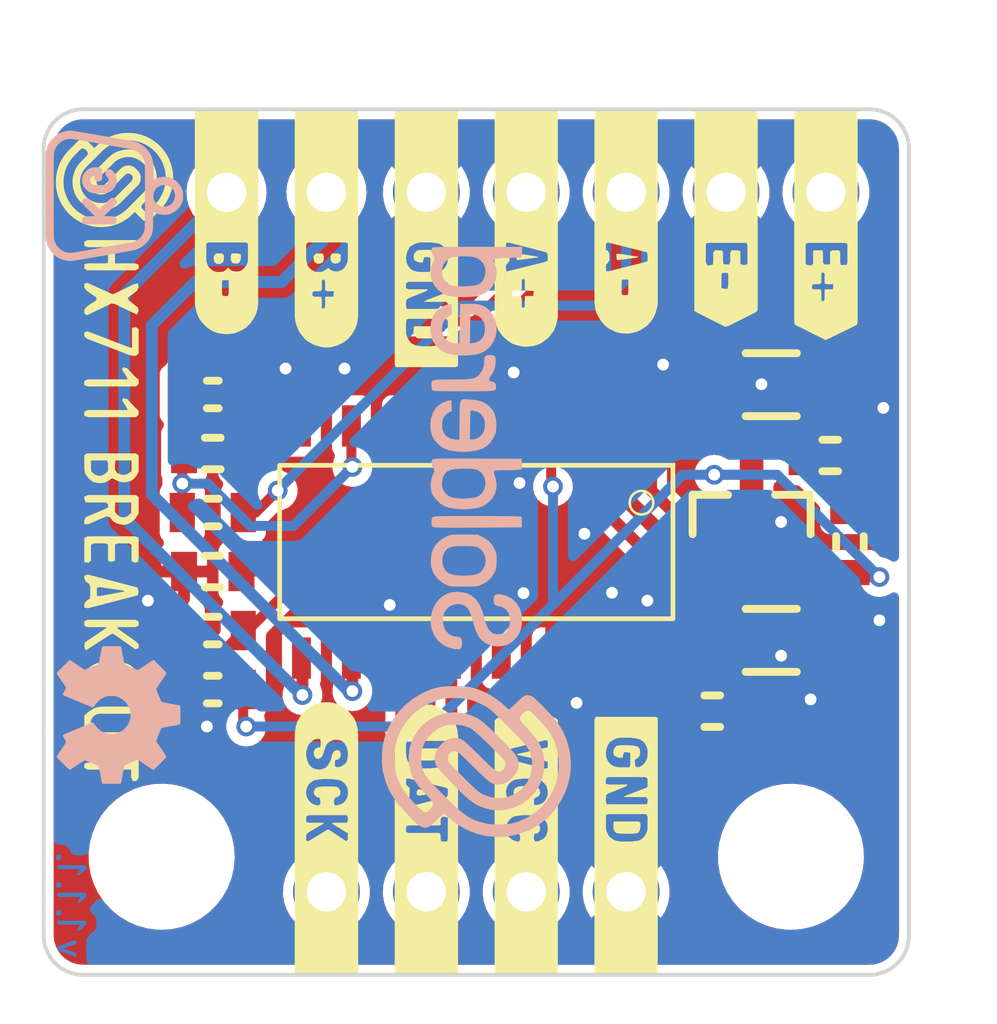
<source format=kicad_pcb>
(kicad_pcb (version 20210623) (generator pcbnew)
  (title_block (title "HX711 breakout") (date "2021-06-30") (rev "V1.1.1.") (company "SOLDERED") (comment 1 "333005"))
  (layers (0 "F.Cu" signal) (31 "B.Cu" signal) (34 "B.Paste" user) (35 "F.Paste" user) (36 "B.SilkS" user "B.Silkscreen") (37 "F.SilkS" user "F.Silkscreen") (38 "B.Mask" user) (39 "F.Mask" user) (44 "Edge.Cuts" user))
  (net 0 "")
  (net 1 "Net-(C1-Pad2)")
  (net 2 "GND")
  (net 3 "Net-(C3-Pad2)")
  (net 4 "Net-(C4-Pad2)")
  (net 5 "Net-(C4-Pad1)")
  (net 6 "Net-(K1-Pad3)")
  (net 7 "Net-(K1-Pad2)")
  (net 8 "Net-(K2-Pad2)")
  (net 9 "Net-(K2-Pad1)")
  (net 10 "VCC")
  (net 11 "Net-(K3-Pad2)")
  (net 12 "Net-(K3-Pad1)")
  (net 13 "Net-(Q1-Pad1)")
  (net 14 "Net-(R3-Pad1)")
  (net 16 "Net-(Q1-Pad3)")
  (footprint "e-radionica.com footprinti:0603R" (layer "F.Cu") (at 58.3 137.65 180)
    (fp_text reference "R2")
    (fp_text value "100R")
    (pad "1" smd rect locked (at -0.775 0 270) (size 1 0.64) (layers "F.Cu" "F.Paste" "F.Mask") (net 5 "Net-(C4-Pad1)"))
    (pad "2" smd rect locked (at 0.775 0 270) (size 1 0.64) (layers "F.Cu" "F.Paste" "F.Mask") (net 7 "Net-(K1-Pad2)"))
  )
  (footprint "buzzardLabel" (layer "F.Cu") (at 68.81 130 -90)
    (fp_text reference "" (at 0 0 90) (layer "F.SilkS") (effects (font (size 1.27 1.27))))
    (fp_text value "" (at 0 0 90) (layer "F.SilkS") (effects (font (size 1.27 1.27))))
  )
  (footprint "e-radionica.com footprinti:SOP-16" (layer "F.Cu") (at 65 141.4 -90)
    (fp_text reference "U1")
    (fp_text value "HX711")
    (pad "1" smd rect locked (at -2.95 -4.445 270) (size 1.05 0.48) (layers "F.Cu" "F.Paste" "F.Mask") (net 10 "VCC"))
    (pad "2" smd rect locked (at -2.95 -3.175 270) (size 1.05 0.48) (layers "F.Cu" "F.Paste" "F.Mask") (net 13 "Net-(Q1-Pad1)"))
    (pad "3" smd rect locked (at -2.95 -1.905 270) (size 1.05 0.48) (layers "F.Cu" "F.Paste" "F.Mask") (net 16 "Net-(Q1-Pad3)"))
    (pad "4" smd rect locked (at -2.95 -0.635 270) (size 1.05 0.48) (layers "F.Cu" "F.Paste" "F.Mask") (net 14 "Net-(R3-Pad1)"))
    (pad "5" smd rect locked (at -2.95 0.635 270) (size 1.05 0.48) (layers "F.Cu" "F.Paste" "F.Mask") (net 2 "GND"))
    (pad "6" smd rect locked (at -2.95 1.905 270) (size 1.05 0.48) (layers "F.Cu" "F.Paste" "F.Mask") (net 3 "Net-(C3-Pad2)"))
    (pad "7" smd rect locked (at -2.95 3.175 270) (size 1.05 0.48) (layers "F.Cu" "F.Paste" "F.Mask") (net 4 "Net-(C4-Pad2)"))
    (pad "8" smd rect locked (at -2.95 4.445 270) (size 1.05 0.48) (layers "F.Cu" "F.Paste" "F.Mask") (net 5 "Net-(C4-Pad1)"))
    (pad "9" smd rect locked (at 2.95 4.445 270) (size 1.05 0.48) (layers "F.Cu" "F.Paste" "F.Mask") (net 9 "Net-(K2-Pad1)"))
    (pad "10" smd rect locked (at 2.95 3.175 270) (size 1.05 0.48) (layers "F.Cu" "F.Paste" "F.Mask") (net 8 "Net-(K2-Pad2)"))
    (pad "11" smd rect locked (at 2.95 1.905 270) (size 1.05 0.48) (layers "F.Cu" "F.Paste" "F.Mask") (net 12 "Net-(K3-Pad1)"))
    (pad "12" smd rect locked (at 2.95 0.635 270) (size 1.05 0.48) (layers "F.Cu" "F.Paste" "F.Mask") (net 11 "Net-(K3-Pad2)"))
    (pad "13" smd rect locked (at 2.95 -0.635 270) (size 1.05 0.48) (layers "F.Cu" "F.Paste" "F.Mask"))
    (pad "14" smd rect locked (at 2.95 -1.905 270) (size 1.05 0.48) (layers "F.Cu" "F.Paste" "F.Mask") (net 2 "GND"))
    (pad "15" smd rect locked (at 2.95 -3.175 270) (size 1.05 0.48) (layers "F.Cu" "F.Paste" "F.Mask") (net 2 "GND"))
    (pad "16" smd rect locked (at 2.95 -4.445 270) (size 1.05 0.48) (layers "F.Cu" "F.Paste" "F.Mask") (net 10 "VCC"))
  )
  (footprint "Soldered Graphics:Logo-Front-Soldered-3mm" (layer "F.Cu") (at 55.8 132.2 -90)
    (fp_text reference "G***" hide)
    (fp_text value "LOGO" hide)
  )
  (footprint "buzzardLabel" (layer "F.Cu") (at 63.73 130 -90)
    (fp_text reference "" (at 0 0 90) (layer "F.SilkS") (effects (font (size 1.27 1.27))))
    (fp_text value "" (at 0 0 90) (layer "F.SilkS") (effects (font (size 1.27 1.27))))
  )
  (footprint "e-radionica.com footprinti:FIDUCIAL_23" (layer "F.Cu") (at 64.5 141.8 -90)
    (fp_text reference "FD1")
    (fp_text value "FIDUCIAL")
    (fp_circle (center 0 0) (end 1 0) (layer "F.Cu") (width 0.2) (fill none))
    (pad "1" smd circle (at 0 0 270) (size 1 1) (layers "F.Cu" "F.Paste" "F.Mask") (clearance 1.1))
  )
  (footprint "e-radionica.com footprinti:HOLE_3.2mm" (layer "F.Cu") (at 73 149.4 -90)
    (fp_text reference "H2" hide)
    (fp_text value "HOLE_3.2mm" hide)
    (pad "" np_thru_hole circle locked (at 0 0 270) (size 3.2 3.2) (drill 3.2) (layers F&B.Cu *.Mask))
  )
  (footprint "e-radionica.com footprinti:0603R" (layer "F.Cu") (at 58.3 145.15)
    (fp_text reference "R3")
    (fp_text value "20k")
    (pad "1" smd rect locked (at -0.775 0 90) (size 1 0.64) (layers "F.Cu" "F.Paste" "F.Mask") (net 14 "Net-(R3-Pad1)"))
    (pad "2" smd rect locked (at 0.775 0 90) (size 1 0.64) (layers "F.Cu" "F.Paste" "F.Mask") (net 16 "Net-(Q1-Pad3)"))
  )
  (footprint "buzzardLabel" (layer "F.Cu") (at 63.73 152.8 -90)
    (fp_text reference "" (at 0 0 90) (layer "F.SilkS") (effects (font (size 1.27 1.27))))
    (fp_text value "" (at 0 0 90) (layer "F.SilkS") (effects (font (size 1.27 1.27))))
  )
  (footprint "buzzardLabel" (layer "F.Cu") (at 66.27 130 -90)
    (fp_text reference "" (at 0 0 90) (layer "F.SilkS") (effects (font (size 1.27 1.27))))
    (fp_text value "" (at 0 0 90) (layer "F.SilkS") (effects (font (size 1.27 1.27))))
  )
  (footprint "e-radionica.com footprinti:0603R" (layer "F.Cu") (at 58.3 140.65)
    (fp_text reference "R1")
    (fp_text value "100R")
    (pad "1" smd rect locked (at -0.775 0 90) (size 1 0.64) (layers "F.Cu" "F.Paste" "F.Mask") (net 4 "Net-(C4-Pad2)"))
    (pad "2" smd rect locked (at 0.775 0 90) (size 1 0.64) (layers "F.Cu" "F.Paste" "F.Mask") (net 6 "Net-(K1-Pad3)"))
  )
  (footprint "buzzardLabel" (layer "F.Cu") (at 61.19 130 -90)
    (fp_text reference "" (at 0 0 90) (layer "F.SilkS") (effects (font (size 1.27 1.27))))
    (fp_text value "" (at 0 0 90) (layer "F.SilkS") (effects (font (size 1.27 1.27))))
  )
  (footprint "buzzardLabel" (layer "F.Cu") (at 68.81 152.8 -90)
    (fp_text reference "" (at 0 0 90) (layer "F.SilkS") (effects (font (size 1.27 1.27))))
    (fp_text value "" (at 0 0 90) (layer "F.SilkS") (effects (font (size 1.27 1.27))))
  )
  (footprint "e-radionica.com footprinti:0603C" (layer "F.Cu") (at 71 145.7 180)
    (fp_text reference "C5")
    (fp_text value "100nF")
    (pad "1" smd rect locked (at -0.73 0 180) (size 0.66 1) (layers "F.Cu" "F.Paste" "F.Mask") (net 2 "GND"))
    (pad "2" smd rect locked (at 0.73 0 180) (size 0.66 1) (layers "F.Cu" "F.Paste" "F.Mask") (net 10 "VCC"))
  )
  (footprint "e-radionica.com footprinti:1206C" (layer "F.Cu") (at 72.5 137.4)
    (fp_text reference "C2")
    (fp_text value "10uF")
    (pad "1" smd rect locked (at -1.525 0 90) (size 1.75 1) (layers "F.Cu" "F.Paste" "F.Mask") (net 2 "GND"))
    (pad "2" smd rect locked (at 1.525 0 90) (size 1.75 1) (layers "F.Cu" "F.Paste" "F.Mask") (net 1 "Net-(C1-Pad2)"))
  )
  (footprint "e-radionica.com footprinti:0603R" (layer "F.Cu") (at 74.5 141.4 90)
    (fp_text reference "R5")
    (fp_text value "10R")
    (pad "1" smd rect locked (at -0.775 0 180) (size 1 0.64) (layers "F.Cu" "F.Paste" "F.Mask") (net 16 "Net-(Q1-Pad3)"))
    (pad "2" smd rect locked (at 0.775 0 180) (size 1 0.64) (layers "F.Cu" "F.Paste" "F.Mask") (net 1 "Net-(C1-Pad2)"))
  )
  (footprint "Soldered Graphics:Logo-Back-SolderedFULL-15mm" (layer "F.Cu") (at 65 141.4 -90)
    (fp_text reference "REF**" hide)
    (fp_text value "Logo-Front-SolderedFULL-15mm" hide)
  )
  (footprint "buzzardLabel" (layer "F.Cu") (at 61.19 152.8 -90)
    (fp_text reference "" (at 0 0 90) (layer "F.SilkS") (effects (font (size 1.27 1.27))))
    (fp_text value "" (at 0 0 90) (layer "F.SilkS") (effects (font (size 1.27 1.27))))
  )
  (footprint "buzzardLabel" (layer "F.Cu") (at 73.89 130 -90)
    (fp_text reference "" (at 0 0 90) (layer "F.SilkS") (effects (font (size 1.27 1.27))))
    (fp_text value "" (at 0 0 90) (layer "F.SilkS") (effects (font (size 1.27 1.27))))
  )
  (footprint "e-radionica.com footprinti:HOLE_3.2mm" (layer "F.Cu") (at 57 149.4 -90)
    (fp_text reference "H1" hide)
    (fp_text value "HOLE_3.2mm" hide)
    (pad "" np_thru_hole circle locked (at 0 0 270) (size 3.2 3.2) (drill 3.2) (layers F&B.Cu *.Mask))
  )
  (footprint "buzzardLabel" (layer "F.Cu") (at 55.7 140.6 -90)
    (fp_text reference "" (at 0 0 90) (layer "F.SilkS") (effects (font (size 1.27 1.27))))
    (fp_text value "" (at 0 0 90) (layer "F.SilkS") (effects (font (size 1.27 1.27))))
  )
  (footprint "Soldered Graphics:Logo-Back-OSH-3.5mm" (layer "F.Cu") (at 55.9 145.8 -90)
    (fp_text reference "G***" hide)
    (fp_text value "LOGO" hide)
  )
  (footprint "buzzardLabel" (layer "F.Cu") (at 66.27 152.8 -90)
    (fp_text reference "" (at 0 0 90) (layer "F.SilkS") (effects (font (size 1.27 1.27))))
    (fp_text value "" (at 0 0 90) (layer "F.SilkS") (effects (font (size 1.27 1.27))))
  )
  (footprint "e-radionica.com footprinti:0603C" (layer "F.Cu") (at 58.3 142.15)
    (fp_text reference "C3")
    (fp_text value "100nF")
    (pad "1" smd rect locked (at -0.73 0) (size 0.66 1) (layers "F.Cu" "F.Paste" "F.Mask") (net 2 "GND"))
    (pad "2" smd rect locked (at 0.73 0) (size 0.66 1) (layers "F.Cu" "F.Paste" "F.Mask") (net 3 "Net-(C3-Pad2)"))
  )
  (footprint "e-radionica.com footprinti:SOT-23-3" (layer "F.Cu") (at 72 140.9 90)
    (fp_text reference "Q1")
    (fp_text value "MMBT4403")
    (pad "1" smd rect locked (at -1.2 -0.95 180) (size 0.6 1) (layers "F.Cu" "F.Paste" "F.Mask") (net 13 "Net-(Q1-Pad1)"))
    (pad "2" smd rect locked (at -1.2 0.95 180) (size 0.6 1) (layers "F.Cu" "F.Paste" "F.Mask") (net 10 "VCC"))
    (pad "3" smd rect locked (at 1.2 0 180) (size 0.6 1) (layers "F.Cu" "F.Paste" "F.Mask") (net 16 "Net-(Q1-Pad3)"))
  )
  (footprint "buzzardLabel" (layer "F.Cu") (at 71.35 130 -90)
    (fp_text reference "" (at 0 0 90) (layer "F.SilkS") (effects (font (size 1.27 1.27))))
    (fp_text value "" (at 0 0 90) (layer "F.SilkS") (effects (font (size 1.27 1.27))))
  )
  (footprint "e-radionica.com footprinti:0603C" (layer "F.Cu") (at 74 139.2 180)
    (fp_text reference "C1")
    (fp_text value "100nF")
    (pad "1" smd rect locked (at -0.73 0 180) (size 0.66 1) (layers "F.Cu" "F.Paste" "F.Mask") (net 2 "GND"))
    (pad "2" smd rect locked (at 0.73 0 180) (size 0.66 1) (layers "F.Cu" "F.Paste" "F.Mask") (net 1 "Net-(C1-Pad2)"))
  )
  (footprint "e-radionica.com footprinti:0603C" (layer "F.Cu") (at 58.3 139.15 180)
    (fp_text reference "C4")
    (fp_text value "100nF")
    (pad "1" smd rect locked (at -0.73 0 180) (size 0.66 1) (layers "F.Cu" "F.Paste" "F.Mask") (net 5 "Net-(C4-Pad1)"))
    (pad "2" smd rect locked (at 0.73 0 180) (size 0.66 1) (layers "F.Cu" "F.Paste" "F.Mask") (net 4 "Net-(C4-Pad2)"))
  )
  (footprint "e-radionica.com footprinti:1206C" (layer "F.Cu") (at 72.5 143.9 180)
    (fp_text reference "C6")
    (fp_text value "10uF")
    (pad "1" smd rect locked (at -1.525 0 270) (size 1.75 1) (layers "F.Cu" "F.Paste" "F.Mask") (net 2 "GND"))
    (pad "2" smd rect locked (at 1.525 0 270) (size 1.75 1) (layers "F.Cu" "F.Paste" "F.Mask") (net 10 "VCC"))
  )
  (footprint "e-radionica.com footprinti:0603R" (layer "F.Cu") (at 58.3 143.65)
    (fp_text reference "R4")
    (fp_text value "8.2k")
    (pad "1" smd rect locked (at -0.775 0 90) (size 1 0.64) (layers "F.Cu" "F.Paste" "F.Mask") (net 2 "GND"))
    (pad "2" smd rect locked (at 0.775 0 90) (size 1 0.64) (layers "F.Cu" "F.Paste" "F.Mask") (net 14 "Net-(R3-Pad1)"))
  )
  (footprint "buzzardLabel" (layer "F.Cu") (at 58.65 130 -90)
    (fp_text reference "" (at 0 0 90) (layer "F.SilkS") (effects (font (size 1.27 1.27))))
    (fp_text value "" (at 0 0 90) (layer "F.SilkS") (effects (font (size 1.27 1.27))))
  )
  (footprint "e-radionica.com footprinti:HEADER_MALE_5X1" (layer "B.Cu") (at 68.81 132.51)
    (fp_text reference "K1")
    (fp_text value "HEADER_MALE_5X1")
    (pad "1" thru_hole circle locked (at -5.08 0) (size 1.7 1.7) (drill 1) (layers *.Cu *.Mask) (net 2 "GND"))
    (pad "2" thru_hole circle locked (at -2.54 0) (size 1.7 1.7) (drill 1) (layers *.Cu *.Mask) (net 7 "Net-(K1-Pad2)"))
    (pad "3" thru_hole circle locked (at 0 0) (size 1.7 1.7) (drill 1) (layers *.Cu *.Mask) (net 6 "Net-(K1-Pad3)"))
    (pad "4" thru_hole circle locked (at 2.54 0) (size 1.7 1.7) (drill 1) (layers *.Cu *.Mask) (net 2 "GND"))
    (pad "5" thru_hole circle locked (at 5.08 0) (size 1.7 1.7) (drill 1) (layers *.Cu *.Mask) (net 1 "Net-(C1-Pad2)"))
  )
  (footprint "Soldered Graphics:Symbol-Front-Scale" (layer "B.Cu") (at 55.8 132.6 90)
    (fp_text reference "G***" hide)
    (fp_text value "LOGO" hide)
  )
  (footprint "Soldered Graphics:Version1.1.1." (layer "B.Cu") (at 54.7 150.6 90)
    (fp_text reference "REF**" hide)
    (fp_text value "Version1.1.1." hide)
    (fp_poly (pts (xy -0.27 -0.38) (xy -0.22 -0.38) (xy -0.17 -0.37) (xy -0.16 -0.33) (xy -0.16 -0.27) (xy -0.21 -0.26) (xy -0.26 -0.26) (xy -0.29 -0.29) (xy -0.29 -0.34) (xy -0.27 -0.38)) (layer "B.Cu") (width 0.01) (fill solid))
    (fp_poly (pts (xy 0.91 -0.35) (xy 0.96 -0.35) (xy 0.98 -0.31) (xy 0.98 0.35) (xy 0.95 0.38) (xy 0.89 0.38) (xy 0.86 0.34) (xy 0.74 0.22) (xy 0.73 0.17) (xy 0.76 0.16) (xy 0.85 0.22) (xy 0.89 0.23) (xy 0.89 -0.31) (xy 0.91 -0.35)) (layer "B.Cu") (width 0.01) (fill solid))
    (fp_poly (pts (xy 0.21 -0.35) (xy 0.26 -0.35) (xy 0.28 -0.31) (xy 0.28 0.35) (xy 0.24 0.38) (xy 0.19 0.38) (xy 0.15 0.34) (xy 0.04 0.22) (xy 0.02 0.17) (xy 0.05 0.16) (xy 0.14 0.22) (xy 0.18 0.23) (xy 0.18 -0.31) (xy 0.21 -0.35)) (layer "B.Cu") (width 0.01) (fill solid))
    (fp_poly (pts (xy -1.15 -0.35) (xy -1.1 -0.35) (xy -1.07 -0.31) (xy -0.92 0.1) (xy -0.94 0.13) (xy -0.99 0.13) (xy -1.02 0.1) (xy -1.11 -0.16) (xy -1.13 -0.21) (xy -1.15 -0.17) (xy -1.24 0.09) (xy -1.26 0.13) (xy -1.32 0.13) (xy -1.34 0.1) (xy -1.18 -0.31) (xy -1.15 -0.35)) (layer "B.Cu") (width 0.01) (fill solid))
    (fp_poly (pts (xy -0.5 -0.35) (xy -0.44 -0.35) (xy -0.43 -0.31) (xy -0.43 0.35) (xy -0.46 0.38) (xy -0.52 0.38) (xy -0.55 0.34) (xy -0.67 0.22) (xy -0.68 0.17) (xy -0.65 0.16) (xy -0.56 0.22) (xy -0.52 0.23) (xy -0.52 -0.31) (xy -0.5 -0.35)) (layer "B.Cu") (width 0.01) (fill solid))
    (fp_poly (pts (xy 1.14 -0.38) (xy 1.19 -0.38) (xy 1.24 -0.37) (xy 1.25 -0.33) (xy 1.25 -0.27) (xy 1.2 -0.26) (xy 1.15 -0.26) (xy 1.12 -0.29) (xy 1.12 -0.34) (xy 1.14 -0.38)) (layer "B.Cu") (width 0.01) (fill solid))
    (fp_poly (pts (xy 0.43 -0.38) (xy 0.48 -0.38) (xy 0.54 -0.37) (xy 0.54 -0.33) (xy 0.54 -0.27) (xy 0.5 -0.26) (xy 0.45 -0.26) (xy 0.42 -0.29) (xy 0.42 -0.34) (xy 0.43 -0.38)) (layer "B.Cu") (width 0.01) (fill solid))
  )
  (footprint "e-radionica.com footprinti:HEADER_MALE_2X1" (layer "B.Cu") (at 59.92 132.51)
    (fp_text reference "K2")
    (fp_text value "HEADER_MALE_2X1")
    (pad "1" thru_hole circle locked (at -1.27 0) (size 1.524 1.524) (drill 1) (layers *.Cu *.Mask) (net 9 "Net-(K2-Pad1)"))
    (pad "2" thru_hole circle locked (at 1.27 0) (size 1.524 1.524) (drill 1) (layers *.Cu *.Mask) (net 8 "Net-(K2-Pad2)"))
  )
  (footprint "e-radionica.com footprinti:HEADER_MALE_4X1" (layer "B.Cu") (at 65 150.29)
    (fp_text reference "K3")
    (fp_text value "HEADER_MALE_4X1")
    (pad "1" thru_hole circle locked (at -3.81 0) (size 1.7 1.7) (drill 1) (layers *.Cu *.Mask) (net 12 "Net-(K3-Pad1)"))
    (pad "2" thru_hole circle locked (at -1.27 0) (size 1.7 1.7) (drill 1) (layers *.Cu *.Mask) (net 11 "Net-(K3-Pad2)"))
    (pad "3" thru_hole circle locked (at 1.27 0) (size 1.7 1.7) (drill 1) (layers *.Cu *.Mask) (net 10 "VCC"))
    (pad "4" thru_hole circle locked (at 3.81 0) (size 1.7 1.7) (drill 1) (layers *.Cu *.Mask) (net 2 "GND"))
  )
  (gr_arc (start 55 131.4) (end 54 131.4) (angle 90) (layer "Edge.Cuts") (width 0.1))
  (gr_arc (start 75 151.4) (end 76 151.4) (angle 90) (layer "Edge.Cuts") (width 0.1))
  (gr_arc (start 75 131.4) (end 75 130.4) (angle 90) (layer "Edge.Cuts") (width 0.1))
  (gr_line (start 75 130.4) (end 55 130.4) (layer "Edge.Cuts") (width 0.1))
  (gr_line (start 54 131.4) (end 54 151.4) (layer "Edge.Cuts") (width 0.1))
  (gr_arc (start 55 151.4) (end 54 151.4) (angle -90) (layer "Edge.Cuts") (width 0.1))
  (gr_line (start 55 152.4) (end 75 152.4) (layer "Edge.Cuts") (width 0.1))
  (gr_line (start 76 151.4) (end 76 131.4) (layer "Edge.Cuts") (width 0.1))
  (segment (start 73.27 138.67) (end 74.025 137.915) (width 0.3) (layer "F.Cu") (net 1))
  (segment (start 74.025 137.915) (end 74.025 137.4) (width 0.3) (layer "F.Cu") (net 1))
  (segment (start 73.27 139.2) (end 73.27 139.46) (width 0.3) (layer "F.Cu") (net 1))
  (segment (start 73.27 139.46) (end 74.5 140.69) (width 0.3) (layer "F.Cu") (net 1))
  (segment (start 73.89 132.51) (end 73.89 137.265) (width 0.3) (layer "F.Cu") (net 1))
  (segment (start 73.89 137.265) (end 74.025 137.4) (width 0.3) (layer "F.Cu") (net 1))
  (segment (start 73.27 139.2) (end 73.27 138.67) (width 0.3) (layer "F.Cu") (net 1))
  (via (at 66.2 142.7) (size 0.5) (drill 0.3) (layers "F.Cu" "B.Cu") (net 2))
  (via (at 58.15 146.09) (size 0.5) (drill 0.3) (layers "F.Cu" "B.Cu") (net 2))
  (via (at 67.75 141.19) (size 0.5) (drill 0.3) (layers "F.Cu" "B.Cu") (net 2))
  (via (at 68.45 142.69) (size 0.5) (drill 0.3) (layers "F.Cu" "B.Cu") (net 2))
  (via (at 66.1 139.9) (size 0.5) (drill 0.3) (layers "F.Cu" "B.Cu") (net 2))
  (via (at 75.35 137.99) (size 0.5) (drill 0.3) (layers "F.Cu" "B.Cu") (net 2))
  (via (at 67.55 145.49) (size 0.5) (drill 0.3) (layers "F.Cu" "B.Cu") (net 2))
  (via (at 60.15 136.99) (size 0.5) (drill 0.3) (layers "F.Cu" "B.Cu") (net 2))
  (via (at 65.95 137.09) (size 0.5) (drill 0.3) (layers "F.Cu" "B.Cu") (net 2))
  (via (at 69.75 136.89) (size 0.5) (drill 0.3) (layers "F.Cu" "B.Cu") (net 2))
  (via (at 61.65 136.99) (size 0.5) (drill 0.3) (layers "F.Cu" "B.Cu") (net 2))
  (via (at 72.25 137.39) (size 0.5) (drill 0.3) (layers "F.Cu" "B.Cu") (net 2))
  (via (at 56.65 142.89) (size 0.5) (drill 0.3) (layers "F.Cu" "B.Cu") (net 2))
  (via (at 62.8 143) (size 0.5) (drill 0.3) (layers "F.Cu" "B.Cu") (net 2))
  (via (at 72.75 140.89) (size 0.5) (drill 0.3) (layers "F.Cu" "B.Cu") (net 2))
  (via (at 75.25 143.39) (size 0.5) (drill 0.3) (layers "F.Cu" "B.Cu") (net 2))
  (via (at 72.75 144.29) (size 0.5) (drill 0.3) (layers "F.Cu" "B.Cu") (net 2))
  (via (at 69.35 142.89) (size 0.5) (drill 0.3) (layers "F.Cu" "B.Cu") (net 2))
  (via (at 73.5 145.4) (size 0.5) (drill 0.3) (layers "F.Cu" "B.Cu") (net 2))
  (segment (start 60.79 142.15) (end 63.095 139.845) (width 0.254) (layer "F.Cu") (net 3))
  (segment (start 63.095 139.845) (end 63.095 138.45) (width 0.254) (layer "F.Cu") (net 3))
  (segment (start 59.03 142.15) (end 60.79 142.15) (width 0.254) (layer "F.Cu") (net 3))
  (segment (start 61.85 139.49) (end 61.825 139.465) (width 0.254) (layer "F.Cu") (net 4))
  (segment (start 57.525 139.195) (end 57.57 139.15) (width 0.254) (layer "F.Cu") (net 4))
  (segment (start 61.825 139.465) (end 61.825 138.45) (width 0.254) (layer "F.Cu") (net 4))
  (segment (start 57.525 140.65) (end 57.525 139.195) (width 0.254) (layer "F.Cu") (net 4))
  (via (at 57.525 139.915) (size 0.5) (drill 0.3) (layers "F.Cu" "B.Cu") (net 4))
  (via (at 61.85 139.49) (size 0.5) (drill 0.3) (layers "F.Cu" "B.Cu") (net 4))
  (segment (start 60.35 140.99) (end 59.25 140.99) (width 0.254) (layer "B.Cu") (net 4))
  (segment (start 61.85 139.49) (end 60.35 140.99) (width 0.254) (layer "B.Cu") (net 4))
  (segment (start 58.175 139.915) (end 57.525 139.915) (width 0.254) (layer "B.Cu") (net 4))
  (segment (start 59.25 140.99) (end 58.175 139.915) (width 0.254) (layer "B.Cu") (net 4))
  (segment (start 60.49 138.45) (end 59.75 139.19) (width 0.254) (layer "F.Cu") (net 5))
  (segment (start 59.075 137.65) (end 59.075 139.105) (width 0.254) (layer "F.Cu") (net 5))
  (segment (start 59.07 139.19) (end 59.03 139.15) (width 0.254) (layer "F.Cu") (net 5))
  (segment (start 59.75 139.19) (end 59.07 139.19) (width 0.254) (layer "F.Cu") (net 5))
  (segment (start 59.075 139.105) (end 59.03 139.15) (width 0.254) (layer "F.Cu") (net 5))
  (segment (start 60.555 138.45) (end 60.49 138.45) (width 0.254) (layer "F.Cu") (net 5))
  (segment (start 59.075 140.65) (end 59.39 140.65) (width 0.254) (layer "F.Cu") (net 6))
  (segment (start 59.39 140.65) (end 59.95 140.09) (width 0.254) (layer "F.Cu") (net 6))
  (via (at 59.95 140.09) (size 0.5) (drill 0.3) (layers "F.Cu" "B.Cu") (net 6))
  (segment (start 68.81 134.73) (end 68.81 132.51) (width 0.254) (layer "B.Cu") (net 6))
  (segment (start 59.95 140.09) (end 64.65 135.39) (width 0.254) (layer "B.Cu") (net 6))
  (segment (start 68.15 135.39) (end 68.81 134.73) (width 0.254) (layer "B.Cu") (net 6))
  (segment (start 64.65 135.39) (end 68.15 135.39) (width 0.254) (layer "B.Cu") (net 6))
  (segment (start 57.525 136.915) (end 58.65 135.79) (width 0.254) (layer "F.Cu") (net 7))
  (segment (start 64.95 135.79) (end 66.27 134.47) (width 0.254) (layer "F.Cu") (net 7))
  (segment (start 58.65 135.79) (end 64.95 135.79) (width 0.254) (layer "F.Cu") (net 7))
  (segment (start 57.525 137.65) (end 57.525 136.915) (width 0.254) (layer "F.Cu") (net 7))
  (segment (start 66.27 134.47) (end 66.27 132.51) (width 0.254) (layer "F.Cu") (net 7))
  (segment (start 61.85 145.19) (end 61.85 144.375) (width 0.3) (layer "F.Cu") (net 8))
  (segment (start 61.85 144.375) (end 61.825 144.35) (width 0.3) (layer "F.Cu") (net 8))
  (via (at 61.85 145.19) (size 0.5) (drill 0.3) (layers "F.Cu" "B.Cu") (net 8))
  (segment (start 57.85 134.79) (end 60.05 134.79) (width 0.3) (layer "B.Cu") (net 8))
  (segment (start 61.75 145.19) (end 56.75 140.19) (width 0.3) (layer "B.Cu") (net 8))
  (segment (start 61.19 133.65) (end 61.19 132.51) (width 0.3) (layer "B.Cu") (net 8))
  (segment (start 60.05 134.79) (end 61.19 133.65) (width 0.3) (layer "B.Cu") (net 8))
  (segment (start 56.75 135.89) (end 57.85 134.79) (width 0.3) (layer "B.Cu") (net 8))
  (segment (start 56.75 140.19) (end 56.75 135.89) (width 0.3) (layer "B.Cu") (net 8))
  (segment (start 61.85 145.19) (end 61.75 145.19) (width 0.3) (layer "B.Cu") (net 8))
  (segment (start 60.58 145.29) (end 60.58 144.375) (width 0.3) (layer "F.Cu") (net 9))
  (segment (start 60.58 144.375) (end 60.555 144.35) (width 0.3) (layer "F.Cu") (net 9))
  (via (at 60.58 145.29) (size 0.5) (drill 0.3) (layers "F.Cu" "B.Cu") (net 9))
  (segment (start 56.05 140.79) (end 56.05 135.11) (width 0.3) (layer "B.Cu") (net 9))
  (segment (start 60.55 145.29) (end 56.05 140.79) (width 0.3) (layer "B.Cu") (net 9))
  (segment (start 56.05 135.11) (end 58.65 132.51) (width 0.3) (layer "B.Cu") (net 9))
  (segment (start 60.58 145.29) (end 60.55 145.29) (width 0.3) (layer "B.Cu") (net 9))
  (segment (start 70.27 145.7) (end 70.27 145.41) (width 0.3) (layer "F.Cu") (net 10))
  (segment (start 70.975 143.9) (end 71.74 143.9) (width 0.3) (layer "F.Cu") (net 10))
  (segment (start 72.76 142.1) (end 72.95 142.1) (width 0.3) (layer "F.Cu") (net 10))
  (segment (start 66.27 150.9) (end 66.27 150.21) (width 0.3) (layer "F.Cu") (net 10))
  (segment (start 66.27 150.29) (end 66.27 149.7) (width 0.3) (layer "F.Cu") (net 10))
  (segment (start 71.075 144.4) (end 69.495 144.4) (width 0.3) (layer "F.Cu") (net 10))
  (segment (start 69.495 144.4) (end 69.445 144.35) (width 0.3) (layer "F.Cu") (net 10))
  (segment (start 71.74 143.9) (end 72.95 142.69) (width 0.3) (layer "F.Cu") (net 10))
  (segment (start 71.08 144.405) (end 71.075 144.4) (width 0.3) (layer "F.Cu") (net 10))
  (segment (start 69.445 138.45) (end 69.445 140.085) (width 0.3) (layer "F.Cu") (net 10))
  (segment (start 70.27 145.41) (end 69.445 144.585) (width 0.3) (layer "F.Cu") (net 10))
  (segment (start 69.445 140.085) (end 70.55 141.19) (width 0.3) (layer "F.Cu") (net 10))
  (segment (start 69.445 144.585) (end 69.445 144.35) (width 0.3) (layer "F.Cu") (net 10))
  (segment (start 71.85 141.19) (end 72.76 142.1) (width 0.3) (layer "F.Cu") (net 10))
  (segment (start 66.27 149.7) (end 70.27 145.7) (width 0.3) (layer "F.Cu") (net 10))
  (segment (start 70.55 141.19) (end 71.85 141.19) (width 0.3) (layer "F.Cu") (net 10))
  (segment (start 72.95 142.69) (end 72.95 142.1) (width 0.3) (layer "F.Cu") (net 10))
  (segment (start 63.68 148.7) (end 63.68 150.24) (width 0.3) (layer "F.Cu") (net 11))
  (segment (start 63.68 150.85) (end 63.73 150.9) (width 0.3) (layer "F.Cu") (net 11))
  (segment (start 64.365 144.35) (end 64.365 148.015) (width 0.3) (layer "F.Cu") (net 11))
  (segment (start 64.365 148.015) (end 63.68 148.7) (width 0.3) (layer "F.Cu") (net 11))
  (segment (start 63.68 150.24) (end 63.73 150.29) (width 0.3) (layer "F.Cu") (net 11))
  (segment (start 61.18 150.28) (end 61.19 150.29) (width 0.3) (layer "F.Cu") (net 12))
  (segment (start 63.095 147.385) (end 61.18 149.3) (width 0.3) (layer "F.Cu") (net 12))
  (segment (start 63.095 144.35) (end 63.095 147.385) (width 0.3) (layer "F.Cu") (net 12))
  (segment (start 61.18 149.3) (end 61.18 150.28) (width 0.3) (layer "F.Cu") (net 12))
  (segment (start 61.18 150.89) (end 61.19 150.9) (width 0.3) (layer "F.Cu") (net 12))
  (segment (start 69.76 142.1) (end 68.175 140.515) (width 0.3) (layer "F.Cu") (net 13))
  (segment (start 71.05 142.1) (end 69.76 142.1) (width 0.3) (layer "F.Cu") (net 13))
  (segment (start 68.175 140.515) (end 68.175 138.45) (width 0.3) (layer "F.Cu") (net 13))
  (segment (start 59.075 143.65) (end 59.19 143.65) (width 0.254) (layer "F.Cu") (net 14))
  (segment (start 57.59 145.15) (end 59.075 143.665) (width 0.254) (layer "F.Cu") (net 14))
  (segment (start 65.635 139.365) (end 65.635 138.45) (width 0.254) (layer "F.Cu") (net 14))
  (segment (start 65 140) (end 65.635 139.365) (width 0.254) (layer "F.Cu") (net 14))
  (segment (start 59.19 143.65) (end 60.23648 142.60352) (width 0.254) (layer "F.Cu") (net 14))
  (segment (start 61.09648 142.60352) (end 63.7 140) (width 0.254) (layer "F.Cu") (net 14))
  (segment (start 59.075 143.665) (end 59.075 143.65) (width 0.254) (layer "F.Cu") (net 14))
  (segment (start 60.23648 142.60352) (end 61.09648 142.60352) (width 0.254) (layer "F.Cu") (net 14))
  (segment (start 63.7 140) (end 65 140) (width 0.254) (layer "F.Cu") (net 14))
  (segment (start 57.525 145.15) (end 57.59 145.15) (width 0.254) (layer "F.Cu") (net 14))
  (segment (start 66.95 139.99) (end 66.905 139.945) (width 0.254) (layer "F.Cu") (net 16))
  (segment (start 74.64 142.29) (end 74.5 142.15) (width 0.254) (layer "F.Cu") (net 16))
  (segment (start 71.99 139.69) (end 72 139.7) (width 0.254) (layer "F.Cu") (net 16))
  (segment (start 59.075 145.15) (end 59.075 146.015) (width 0.254) (layer "F.Cu") (net 16))
  (segment (start 75.25 142.29) (end 74.64 142.29) (width 0.254) (layer "F.Cu") (net 16))
  (segment (start 59.075 146.015) (end 59.15 146.09) (width 0.254) (layer "F.Cu") (net 16))
  (segment (start 66.905 139.945) (end 66.905 138.45) (width 0.254) (layer "F.Cu") (net 16))
  (segment (start 71.05 139.69) (end 71.99 139.69) (width 0.254) (layer "F.Cu") (net 16))
  (via (at 71.05 139.69) (size 0.5) (drill 0.3) (layers "F.Cu" "B.Cu") (net 16))
  (via (at 75.25 142.29) (size 0.5) (drill 0.3) (layers "F.Cu" "B.Cu") (net 16))
  (via (at 59.15 146.09) (size 0.5) (drill 0.3) (layers "F.Cu" "B.Cu") (net 16))
  (via (at 66.95 139.99) (size 0.5) (drill 0.3) (layers "F.Cu" "B.Cu") (net 16))
  (segment (start 71.05 139.69) (end 72.65 139.69) (width 0.254) (layer "B.Cu") (net 16))
  (segment (start 66.95 142.99) (end 63.85 146.09) (width 0.254) (layer "B.Cu") (net 16))
  (segment (start 63.85 146.09) (end 59.15 146.09) (width 0.254) (layer "B.Cu") (net 16))
  (segment (start 72.65 139.69) (end 75.25 142.29) (width 0.254) (layer "B.Cu") (net 16))
  (segment (start 70.25 139.69) (end 71.05 139.69) (width 0.254) (layer "B.Cu") (net 16))
  (segment (start 66.95 142.99) (end 70.25 139.69) (width 0.254) (layer "B.Cu") (net 16))
  (segment (start 66.95 139.99) (end 66.95 142.99) (width 0.254) (layer "B.Cu") (net 16))
  (zone (net 2) (net_name "GND") (layers F&B.Cu) (connect_pads (clearance 0.254)) (min_thickness 0.254) (fill yes (thermal_gap 0.254) (thermal_bridge_width 0.3))
    (polygon (pts (xy 54 152.4) (xy 54 130.4) (xy 76 130.4) (xy 76 152.4)))
  )
)
</source>
